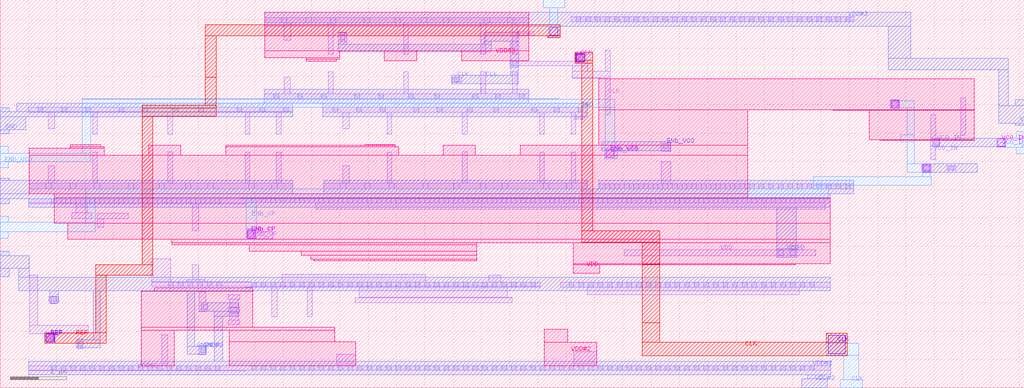
<source format=lef>
VERSION 5.7 ;
  NOWIREEXTENSIONATPIN ON ;
  DIVIDERCHAR "/" ;
  BUSBITCHARS "[]" ;
MACRO avsdpll
  CLASS BLOCK ;
  FOREIGN avsdpll ;
  ORIGIN 0.000 0.000 ;
  SIZE 36.180 BY 13.710 ;
  SITE unithddb1 ;
  PIN GND
    DIRECTION INOUT ;
    USE GROUND ;
    PORT
      LAYER li1 ;
        RECT 10.030 10.380 10.250 10.970 ;
        RECT 11.590 10.380 11.760 11.170 ;
        RECT 14.250 10.380 14.420 11.160 ;
        RECT 16.980 10.380 17.150 11.170 ;
        RECT 18.090 10.380 18.260 11.170 ;
        RECT 9.320 10.210 18.670 10.380 ;
        RECT 0.990 9.740 10.340 9.910 ;
        RECT 11.400 9.740 20.750 9.910 ;
        RECT 1.700 9.150 1.920 9.740 ;
        RECT 3.260 8.950 3.430 9.740 ;
        RECT 5.920 8.960 6.090 9.740 ;
        RECT 8.650 8.950 8.820 9.740 ;
        RECT 9.760 8.950 9.930 9.740 ;
        RECT 12.110 9.150 12.330 9.740 ;
        RECT 13.670 8.950 13.840 9.740 ;
        RECT 16.330 8.960 16.500 9.740 ;
        RECT 19.060 8.950 19.230 9.740 ;
        RECT 20.170 8.950 20.340 9.740 ;
      LAYER mcon ;
        RECT 9.670 10.210 9.840 10.380 ;
        RECT 10.510 10.210 10.680 10.380 ;
        RECT 11.350 10.210 11.520 10.380 ;
        RECT 12.530 10.210 12.700 10.380 ;
        RECT 13.370 10.210 13.540 10.380 ;
        RECT 14.430 10.210 14.600 10.380 ;
        RECT 15.350 10.210 15.520 10.380 ;
        RECT 16.700 10.210 16.870 10.380 ;
        RECT 17.500 10.210 17.670 10.380 ;
        RECT 18.340 10.210 18.510 10.380 ;
        RECT 1.340 9.740 1.510 9.910 ;
        RECT 2.180 9.740 2.350 9.910 ;
        RECT 3.020 9.740 3.190 9.910 ;
        RECT 4.200 9.740 4.370 9.910 ;
        RECT 5.040 9.740 5.210 9.910 ;
        RECT 6.100 9.740 6.270 9.910 ;
        RECT 7.020 9.740 7.190 9.910 ;
        RECT 8.370 9.740 8.540 9.910 ;
        RECT 9.170 9.740 9.340 9.910 ;
        RECT 10.010 9.740 10.180 9.910 ;
        RECT 11.750 9.740 11.920 9.910 ;
        RECT 12.590 9.740 12.760 9.910 ;
        RECT 13.430 9.740 13.600 9.910 ;
        RECT 14.610 9.740 14.780 9.910 ;
        RECT 15.450 9.740 15.620 9.910 ;
        RECT 16.510 9.740 16.680 9.910 ;
        RECT 17.430 9.740 17.600 9.910 ;
        RECT 18.780 9.740 18.950 9.910 ;
        RECT 19.580 9.740 19.750 9.910 ;
        RECT 20.420 9.740 20.590 9.910 ;
      LAYER met1 ;
        RECT 9.320 10.060 18.670 10.540 ;
        RECT 0.000 9.750 0.310 9.890 ;
        RECT 0.590 9.750 10.340 10.060 ;
        RECT 0.000 9.580 10.340 9.750 ;
        RECT 11.400 9.580 20.750 10.060 ;
        RECT 0.000 9.120 0.900 9.580 ;
        RECT 0.000 8.980 0.310 9.120 ;
    END
  END GND
  PIN VDD
    DIRECTION INOUT ;
    USE POWER ;
    PORT
      LAYER nwell ;
        RECT 21.140 9.820 34.410 10.910 ;
        RECT 2.480 8.510 3.550 8.580 ;
        RECT 2.480 8.460 3.670 8.510 ;
        RECT 1.020 8.220 3.670 8.460 ;
        RECT 5.240 8.220 6.380 8.570 ;
        RECT 1.020 8.210 6.380 8.220 ;
        RECT 7.970 8.560 11.450 8.570 ;
        RECT 12.890 8.560 13.960 8.580 ;
        RECT 21.140 8.570 26.420 9.820 ;
        RECT 29.420 9.810 34.410 9.820 ;
        RECT 30.710 8.760 34.410 9.810 ;
        RECT 31.070 8.750 34.410 8.760 ;
        RECT 7.970 8.510 13.960 8.560 ;
        RECT 7.970 8.220 14.080 8.510 ;
        RECT 15.650 8.220 16.790 8.570 ;
        RECT 7.970 8.210 16.790 8.220 ;
        RECT 18.380 8.210 26.420 8.570 ;
        RECT 1.020 6.860 26.420 8.210 ;
        RECT 1.900 6.720 26.420 6.860 ;
        RECT 1.900 5.810 29.330 6.720 ;
        RECT 2.380 5.250 29.330 5.810 ;
        RECT 6.060 5.130 29.330 5.250 ;
        RECT 6.060 5.060 16.830 5.130 ;
        RECT 8.790 4.820 16.830 5.060 ;
        RECT 10.630 4.690 16.830 4.820 ;
        RECT 10.970 4.540 16.830 4.690 ;
        RECT 11.080 4.490 16.830 4.540 ;
        RECT 20.250 4.390 29.330 5.130 ;
        RECT 20.250 4.350 28.090 4.390 ;
        RECT 20.250 4.340 21.550 4.350 ;
        RECT 20.250 4.040 21.180 4.340 ;
      LAYER li1 ;
        RECT 33.940 8.930 34.110 10.240 ;
        RECT 1.700 7.230 1.930 7.840 ;
        RECT 3.260 7.230 3.430 8.330 ;
        RECT 5.920 7.230 6.090 8.340 ;
        RECT 8.650 7.230 8.820 8.330 ;
        RECT 9.760 7.230 9.930 8.330 ;
        RECT 12.110 7.230 12.340 7.840 ;
        RECT 13.670 7.230 13.840 8.330 ;
        RECT 16.330 7.230 16.500 8.340 ;
        RECT 19.060 7.230 19.230 8.330 ;
        RECT 20.170 7.230 20.340 8.330 ;
        RECT 1.020 7.040 10.340 7.230 ;
        RECT 11.430 7.040 20.750 7.230 ;
        RECT 23.360 7.210 23.700 7.990 ;
        RECT 21.140 7.040 30.160 7.210 ;
        RECT 8.470 6.680 29.330 6.700 ;
        RECT 1.010 6.530 29.330 6.680 ;
        RECT 1.010 6.510 8.680 6.530 ;
        RECT 2.660 6.180 3.080 6.510 ;
        RECT 2.520 5.970 3.230 6.180 ;
        RECT 6.780 5.540 7.010 6.510 ;
        RECT 11.150 6.310 29.150 6.530 ;
        RECT 22.050 4.660 28.820 4.870 ;
      LAYER mcon ;
        RECT 1.610 7.040 1.800 7.230 ;
        RECT 2.470 7.040 2.660 7.230 ;
        RECT 3.330 7.040 3.520 7.230 ;
        RECT 4.530 7.040 4.720 7.230 ;
        RECT 5.610 7.040 5.800 7.230 ;
        RECT 6.550 7.040 6.740 7.230 ;
        RECT 7.330 7.040 7.520 7.230 ;
        RECT 8.780 7.040 8.970 7.230 ;
        RECT 9.600 7.040 9.790 7.230 ;
        RECT 12.020 7.040 12.210 7.230 ;
        RECT 12.880 7.040 13.070 7.230 ;
        RECT 13.740 7.040 13.930 7.230 ;
        RECT 14.940 7.040 15.130 7.230 ;
        RECT 16.020 7.040 16.210 7.230 ;
        RECT 16.960 7.040 17.150 7.230 ;
        RECT 17.740 7.040 17.930 7.230 ;
        RECT 19.190 7.040 19.380 7.230 ;
        RECT 20.010 7.040 20.200 7.230 ;
        RECT 21.370 7.040 21.540 7.210 ;
        RECT 21.710 7.040 21.880 7.210 ;
        RECT 22.050 7.040 22.220 7.210 ;
        RECT 22.390 7.040 22.560 7.210 ;
        RECT 22.730 7.040 22.900 7.210 ;
        RECT 23.070 7.040 23.240 7.210 ;
        RECT 23.410 7.040 23.580 7.210 ;
        RECT 23.750 7.040 23.920 7.210 ;
        RECT 24.090 7.040 24.260 7.210 ;
        RECT 24.430 7.040 24.600 7.210 ;
        RECT 24.770 7.040 24.940 7.210 ;
        RECT 25.110 7.040 25.280 7.210 ;
        RECT 25.450 7.040 25.620 7.210 ;
        RECT 25.790 7.040 25.960 7.210 ;
        RECT 26.130 7.040 26.300 7.210 ;
        RECT 26.470 7.040 26.640 7.210 ;
        RECT 26.810 7.040 26.980 7.210 ;
        RECT 27.150 7.040 27.320 7.210 ;
        RECT 27.490 7.040 27.660 7.210 ;
        RECT 27.830 7.040 28.000 7.210 ;
        RECT 28.170 7.040 28.340 7.210 ;
        RECT 28.510 7.040 28.680 7.210 ;
        RECT 28.850 7.040 29.020 7.210 ;
        RECT 29.190 7.040 29.360 7.210 ;
        RECT 29.530 7.040 29.700 7.210 ;
        RECT 29.870 7.040 30.040 7.210 ;
        RECT 1.810 6.510 1.980 6.680 ;
        RECT 2.150 6.510 2.320 6.680 ;
        RECT 2.490 6.510 2.660 6.680 ;
        RECT 2.830 6.510 3.000 6.680 ;
        RECT 3.170 6.510 3.340 6.680 ;
        RECT 3.510 6.510 3.680 6.680 ;
        RECT 3.850 6.510 4.020 6.680 ;
        RECT 4.190 6.510 4.360 6.680 ;
        RECT 4.530 6.510 4.700 6.680 ;
        RECT 4.870 6.510 5.040 6.680 ;
        RECT 5.210 6.510 5.380 6.680 ;
        RECT 5.550 6.510 5.720 6.680 ;
        RECT 5.890 6.510 6.060 6.680 ;
        RECT 6.230 6.510 6.400 6.680 ;
        RECT 6.570 6.510 6.740 6.680 ;
        RECT 6.910 6.510 7.080 6.680 ;
        RECT 7.250 6.510 7.420 6.680 ;
        RECT 7.590 6.510 7.760 6.680 ;
        RECT 8.880 6.530 9.050 6.700 ;
        RECT 9.220 6.530 9.390 6.700 ;
        RECT 9.560 6.530 9.730 6.700 ;
        RECT 9.900 6.530 10.070 6.700 ;
        RECT 10.240 6.530 10.410 6.700 ;
        RECT 10.580 6.530 10.750 6.700 ;
        RECT 10.920 6.530 11.090 6.700 ;
        RECT 11.260 6.530 11.430 6.700 ;
        RECT 11.600 6.530 11.770 6.700 ;
        RECT 11.940 6.530 12.110 6.700 ;
        RECT 12.280 6.530 12.450 6.700 ;
        RECT 12.620 6.530 12.790 6.700 ;
        RECT 12.960 6.530 13.130 6.700 ;
        RECT 13.300 6.530 13.470 6.700 ;
        RECT 13.640 6.530 13.810 6.700 ;
        RECT 13.980 6.530 14.150 6.700 ;
        RECT 14.320 6.530 14.490 6.700 ;
        RECT 14.660 6.530 14.830 6.700 ;
        RECT 15.000 6.530 15.170 6.700 ;
        RECT 15.340 6.530 15.510 6.700 ;
        RECT 15.680 6.530 15.850 6.700 ;
        RECT 16.020 6.530 16.190 6.700 ;
        RECT 16.360 6.530 16.530 6.700 ;
        RECT 16.700 6.530 16.870 6.700 ;
        RECT 17.040 6.530 17.210 6.700 ;
        RECT 17.380 6.530 17.550 6.700 ;
        RECT 17.720 6.530 17.890 6.700 ;
        RECT 18.060 6.530 18.230 6.700 ;
        RECT 18.400 6.530 18.570 6.700 ;
        RECT 18.740 6.530 18.910 6.700 ;
        RECT 19.080 6.530 19.250 6.700 ;
        RECT 19.420 6.530 19.590 6.700 ;
        RECT 19.760 6.530 19.930 6.700 ;
        RECT 20.100 6.530 20.270 6.700 ;
        RECT 20.440 6.530 20.610 6.700 ;
        RECT 20.780 6.530 20.950 6.700 ;
        RECT 21.120 6.530 21.290 6.700 ;
        RECT 21.460 6.530 21.630 6.700 ;
        RECT 21.800 6.530 21.970 6.700 ;
        RECT 22.140 6.530 22.310 6.700 ;
        RECT 22.480 6.530 22.650 6.700 ;
        RECT 22.820 6.530 22.990 6.700 ;
        RECT 23.160 6.530 23.330 6.700 ;
        RECT 23.500 6.530 23.670 6.700 ;
        RECT 23.840 6.530 24.010 6.700 ;
        RECT 24.180 6.530 24.350 6.700 ;
        RECT 24.520 6.530 24.690 6.700 ;
        RECT 24.860 6.530 25.030 6.700 ;
        RECT 25.200 6.530 25.370 6.700 ;
        RECT 25.540 6.530 25.710 6.700 ;
        RECT 25.880 6.530 26.050 6.700 ;
        RECT 26.220 6.530 26.390 6.700 ;
        RECT 26.560 6.530 26.730 6.700 ;
        RECT 26.900 6.530 27.070 6.700 ;
        RECT 27.240 6.530 27.410 6.700 ;
        RECT 27.580 6.530 27.750 6.700 ;
        RECT 27.920 6.530 28.090 6.700 ;
        RECT 28.260 6.530 28.430 6.700 ;
        RECT 28.600 6.530 28.770 6.700 ;
        RECT 28.940 6.530 29.110 6.700 ;
        RECT 27.490 4.680 27.660 4.850 ;
        RECT 27.920 4.680 28.090 4.850 ;
      LAYER met1 ;
        RECT 0.000 7.340 0.310 7.410 ;
        RECT 0.000 6.860 10.340 7.340 ;
        RECT 11.430 7.030 20.750 7.340 ;
        RECT 21.140 7.030 30.160 7.340 ;
        RECT 11.430 6.860 30.160 7.030 ;
        RECT 0.000 6.670 29.330 6.860 ;
        RECT 0.000 6.500 0.320 6.670 ;
        RECT 1.010 6.380 29.330 6.670 ;
        RECT 27.430 4.920 28.130 6.380 ;
        RECT 27.430 4.620 28.150 4.920 ;
    END
  END VDD
  PIN ENb_CP
    DIRECTION INPUT ;
    USE SIGNAL ;
    ANTENNAGATEAREA 3.024000 ;
    PORT
      LAYER li1 ;
        RECT 31.440 9.940 31.770 10.110 ;
        RECT 32.570 7.660 32.900 7.870 ;
        RECT 33.440 7.680 33.770 7.850 ;
        RECT 8.740 5.520 9.100 5.610 ;
        RECT 8.740 5.510 9.610 5.520 ;
        RECT 8.740 5.270 9.630 5.510 ;
        RECT 8.740 5.260 9.610 5.270 ;
        RECT 8.740 5.250 9.100 5.260 ;
      LAYER mcon ;
        RECT 31.520 9.940 31.690 10.110 ;
        RECT 32.650 7.680 32.820 7.850 ;
        RECT 33.520 7.680 33.690 7.850 ;
        RECT 8.770 5.340 8.940 5.510 ;
      LAYER met1 ;
        RECT 31.450 9.860 31.770 10.180 ;
        RECT 32.580 7.910 32.900 7.920 ;
        RECT 32.580 7.610 34.530 7.910 ;
        RECT 32.580 7.600 32.900 7.610 ;
        RECT 8.690 5.250 9.040 5.610 ;
      LAYER via ;
        RECT 31.480 9.890 31.740 10.150 ;
        RECT 32.610 7.630 32.870 7.890 ;
        RECT 8.720 5.280 9.010 5.570 ;
      LAYER met2 ;
        RECT 31.450 10.140 31.770 10.180 ;
        RECT 31.450 9.890 32.300 10.140 ;
        RECT 31.450 9.860 31.770 9.890 ;
        RECT 32.050 8.940 32.300 9.890 ;
        RECT 31.820 8.700 32.300 8.940 ;
        RECT 32.050 7.910 32.300 8.700 ;
        RECT 32.580 7.910 32.900 7.920 ;
        RECT 32.050 7.610 32.900 7.910 ;
        RECT 32.580 7.600 32.900 7.610 ;
        RECT 32.590 7.450 32.870 7.600 ;
        RECT 28.720 7.150 32.890 7.450 ;
        RECT 28.720 7.030 29.250 7.150 ;
        RECT 3.020 6.710 29.250 7.030 ;
        RECT 0.000 5.840 0.280 6.060 ;
        RECT 3.020 5.840 3.350 6.710 ;
        RECT 0.000 5.520 3.350 5.840 ;
        RECT 0.000 5.290 0.280 5.520 ;
        RECT 8.690 5.250 9.040 6.710 ;
    END
  END ENb_CP
  PIN CLK
    DIRECTION OUTPUT ;
    USE SIGNAL ;
    ANTENNAGATEAREA 0.351000 ;
    ANTENNADIFFAREA 0.469800 ;
    PORT
      LAYER li1 ;
        RECT 12.010 12.220 12.180 12.560 ;
        RECT 20.300 11.770 20.680 11.850 ;
        RECT 20.300 11.540 20.690 11.770 ;
        RECT 18.010 11.370 20.760 11.540 ;
        RECT 20.210 11.180 20.760 11.370 ;
        RECT 21.380 11.180 21.550 11.930 ;
        RECT 15.970 10.800 16.300 10.980 ;
        RECT 20.210 10.950 21.550 11.180 ;
        RECT 20.210 10.940 21.210 10.950 ;
        RECT 21.380 9.650 21.550 10.950 ;
      LAYER mcon ;
        RECT 12.010 12.300 12.180 12.470 ;
        RECT 20.420 11.570 20.590 11.740 ;
        RECT 18.090 11.370 18.260 11.540 ;
        RECT 16.050 10.810 16.220 10.980 ;
      LAYER met1 ;
        RECT 11.950 12.550 12.230 12.560 ;
        RECT 11.950 12.130 12.240 12.550 ;
        RECT 17.100 12.240 18.320 12.560 ;
        RECT 17.100 12.130 17.350 12.240 ;
        RECT 11.950 11.880 17.350 12.130 ;
        RECT 18.030 11.330 18.320 12.240 ;
        RECT 20.340 11.500 20.660 11.820 ;
        RECT 18.030 11.040 18.310 11.330 ;
        RECT 15.960 10.750 18.310 11.040 ;
      LAYER via ;
        RECT 20.370 11.530 20.630 11.790 ;
      LAYER met2 ;
        RECT 20.310 11.470 20.690 11.850 ;
        RECT 29.190 1.570 29.920 1.920 ;
        RECT 29.190 1.140 30.340 1.570 ;
        RECT 29.810 0.280 30.340 1.140 ;
        RECT 29.690 0.000 30.460 0.280 ;
      LAYER via2 ;
        RECT 20.360 11.520 20.640 11.800 ;
        RECT 29.250 1.200 29.850 1.860 ;
      LAYER met3 ;
        RECT 20.310 11.570 20.930 11.850 ;
        RECT 20.310 11.470 20.940 11.570 ;
        RECT 20.550 5.550 20.940 11.470 ;
        RECT 20.550 5.540 22.930 5.550 ;
        RECT 20.550 5.140 23.300 5.540 ;
        RECT 22.680 4.370 23.300 5.140 ;
        RECT 22.680 2.300 23.310 4.370 ;
        RECT 22.690 1.610 23.310 2.300 ;
        RECT 29.190 1.610 29.920 1.920 ;
        RECT 22.690 1.130 29.920 1.610 ;
    END
  END CLK
  PIN ENb_VCO
    DIRECTION INPUT ;
    USE SIGNAL ;
    ANTENNAGATEAREA 0.063000 ;
    PORT
      LAYER li1 ;
        RECT 23.350 8.360 23.700 8.700 ;
      LAYER mcon ;
        RECT 23.440 8.460 23.610 8.630 ;
      LAYER met1 ;
        RECT 21.260 8.380 23.670 8.690 ;
        RECT 21.360 8.100 21.800 8.380 ;
      LAYER via ;
        RECT 21.410 8.150 21.670 8.410 ;
      LAYER met2 ;
        RECT 2.890 10.200 19.740 10.210 ;
        RECT 2.890 9.920 21.720 10.200 ;
        RECT 0.000 8.280 0.280 8.540 ;
        RECT 2.890 8.280 3.200 9.920 ;
        RECT 18.040 9.910 21.720 9.920 ;
        RECT 21.380 8.460 21.720 9.910 ;
        RECT 0.000 7.990 3.200 8.280 ;
        RECT 21.360 8.090 21.720 8.460 ;
        RECT 0.000 7.770 0.280 7.990 ;
    END
  END ENb_VCO
  PIN GND#2
    DIRECTION INOUT ;
    USE GROUND ;
    PORT
      LAYER li1 ;
        RECT 5.350 3.750 6.020 4.560 ;
        RECT 6.790 3.820 7.010 4.340 ;
        RECT 6.570 3.750 7.240 3.820 ;
        RECT 5.350 3.730 8.850 3.750 ;
        RECT 9.970 3.730 15.040 4.010 ;
        RECT 17.270 3.730 17.690 3.980 ;
        RECT 5.350 3.580 19.080 3.730 ;
        RECT 8.680 3.560 19.080 3.580 ;
        RECT 19.810 3.560 29.330 3.730 ;
        RECT 1.790 3.220 2.000 3.240 ;
        RECT 1.710 3.050 2.070 3.220 ;
        RECT 1.790 2.970 2.000 3.050 ;
        RECT 9.600 2.500 9.790 3.560 ;
        RECT 10.840 2.500 11.030 3.560 ;
        RECT 12.680 3.190 17.920 3.560 ;
        RECT 20.750 3.280 28.240 3.560 ;
        RECT 12.680 3.180 18.090 3.190 ;
        RECT 12.550 3.010 18.090 3.180 ;
        RECT 13.290 3.000 18.090 3.010 ;
        RECT 2.740 1.380 2.920 1.740 ;
        RECT 7.040 1.160 7.260 1.490 ;
      LAYER mcon ;
        RECT 5.950 3.580 6.120 3.750 ;
        RECT 6.290 3.580 6.460 3.750 ;
        RECT 6.630 3.580 6.800 3.750 ;
        RECT 6.970 3.580 7.140 3.750 ;
        RECT 7.310 3.580 7.480 3.750 ;
        RECT 7.650 3.580 7.820 3.750 ;
        RECT 8.880 3.560 9.050 3.730 ;
        RECT 9.220 3.560 9.390 3.730 ;
        RECT 9.560 3.560 9.730 3.730 ;
        RECT 9.900 3.560 10.070 3.730 ;
        RECT 10.240 3.560 10.410 3.730 ;
        RECT 10.580 3.560 10.750 3.730 ;
        RECT 10.920 3.560 11.090 3.730 ;
        RECT 11.260 3.560 11.430 3.730 ;
        RECT 11.600 3.560 11.770 3.730 ;
        RECT 11.940 3.560 12.110 3.730 ;
        RECT 12.280 3.560 12.450 3.730 ;
        RECT 12.620 3.560 12.790 3.730 ;
        RECT 12.960 3.560 13.130 3.730 ;
        RECT 13.300 3.560 13.470 3.730 ;
        RECT 13.640 3.560 13.810 3.730 ;
        RECT 13.980 3.560 14.150 3.730 ;
        RECT 14.320 3.560 14.490 3.730 ;
        RECT 14.660 3.560 14.830 3.730 ;
        RECT 15.000 3.560 15.170 3.730 ;
        RECT 15.340 3.560 15.510 3.730 ;
        RECT 15.680 3.560 15.850 3.730 ;
        RECT 16.020 3.560 16.190 3.730 ;
        RECT 16.360 3.560 16.530 3.730 ;
        RECT 16.700 3.560 16.870 3.730 ;
        RECT 17.040 3.560 17.210 3.730 ;
        RECT 17.380 3.560 17.550 3.730 ;
        RECT 17.720 3.560 17.890 3.730 ;
        RECT 18.060 3.560 18.230 3.730 ;
        RECT 18.400 3.560 18.570 3.730 ;
        RECT 18.740 3.560 18.910 3.730 ;
        RECT 20.100 3.560 20.270 3.730 ;
        RECT 20.440 3.560 20.610 3.730 ;
        RECT 20.780 3.560 20.950 3.730 ;
        RECT 21.120 3.560 21.290 3.730 ;
        RECT 21.460 3.560 21.630 3.730 ;
        RECT 21.800 3.560 21.970 3.730 ;
        RECT 22.140 3.560 22.310 3.730 ;
        RECT 22.480 3.560 22.650 3.730 ;
        RECT 22.820 3.560 22.990 3.730 ;
        RECT 23.160 3.560 23.330 3.730 ;
        RECT 23.500 3.560 23.670 3.730 ;
        RECT 23.840 3.560 24.010 3.730 ;
        RECT 24.180 3.560 24.350 3.730 ;
        RECT 24.520 3.560 24.690 3.730 ;
        RECT 24.860 3.560 25.030 3.730 ;
        RECT 25.200 3.560 25.370 3.730 ;
        RECT 25.540 3.560 25.710 3.730 ;
        RECT 25.880 3.560 26.050 3.730 ;
        RECT 26.220 3.560 26.390 3.730 ;
        RECT 26.560 3.560 26.730 3.730 ;
        RECT 26.900 3.560 27.070 3.730 ;
        RECT 27.240 3.560 27.410 3.730 ;
        RECT 27.580 3.560 27.750 3.730 ;
        RECT 27.920 3.560 28.090 3.730 ;
        RECT 28.260 3.560 28.430 3.730 ;
        RECT 28.600 3.560 28.770 3.730 ;
        RECT 1.810 3.050 1.980 3.220 ;
        RECT 2.750 1.470 2.920 1.640 ;
        RECT 7.080 1.240 7.250 1.410 ;
      LAYER met1 ;
        RECT 0.000 4.660 0.310 4.830 ;
        RECT 0.000 4.230 1.020 4.660 ;
        RECT 0.000 3.920 0.310 4.230 ;
        RECT 0.650 3.900 1.020 4.230 ;
        RECT 0.650 3.420 29.330 3.900 ;
        RECT 1.750 2.990 2.050 3.420 ;
        RECT 3.290 1.700 3.530 3.420 ;
        RECT 2.690 1.410 3.530 1.700 ;
        RECT 6.610 1.470 6.880 3.420 ;
        RECT 6.610 1.180 7.280 1.470 ;
    END
  END GND#2
  PIN VDD#2
    DIRECTION INOUT ;
    USE POWER ;
    PORT
      LAYER nwell ;
        RECT 7.780 3.530 8.930 3.540 ;
        RECT 5.440 3.410 8.930 3.530 ;
        RECT 4.980 2.140 8.930 3.410 ;
        RECT 4.980 2.030 11.820 2.140 ;
        RECT 4.980 0.770 6.150 2.030 ;
        RECT 8.090 1.630 11.820 2.030 ;
        RECT 8.090 0.780 12.570 1.630 ;
        RECT 19.220 1.610 20.060 2.060 ;
        RECT 19.220 0.770 21.080 1.610 ;
      LAYER li1 ;
        RECT 7.030 3.000 7.260 3.390 ;
        RECT 8.050 3.120 8.460 3.290 ;
        RECT 7.030 2.710 7.340 3.000 ;
        RECT 8.110 2.830 8.410 3.120 ;
        RECT 7.030 2.690 7.260 2.710 ;
        RECT 8.050 2.660 8.460 2.830 ;
        RECT 8.110 2.390 8.410 2.660 ;
        RECT 8.050 2.220 8.460 2.390 ;
        RECT 5.700 0.770 5.910 1.880 ;
        RECT 11.890 0.780 12.570 1.190 ;
        RECT 20.270 0.780 21.080 1.280 ;
        RECT 8.470 0.770 29.340 0.780 ;
        RECT 1.010 0.610 29.340 0.770 ;
        RECT 1.010 0.600 8.680 0.610 ;
      LAYER mcon ;
        RECT 7.170 2.770 7.340 2.940 ;
        RECT 8.150 2.640 8.360 2.850 ;
        RECT 1.810 0.600 1.980 0.770 ;
        RECT 2.150 0.600 2.320 0.770 ;
        RECT 2.490 0.600 2.660 0.770 ;
        RECT 2.830 0.600 3.000 0.770 ;
        RECT 3.170 0.600 3.340 0.770 ;
        RECT 3.510 0.600 3.680 0.770 ;
        RECT 3.850 0.600 4.020 0.770 ;
        RECT 4.190 0.600 4.360 0.770 ;
        RECT 4.530 0.600 4.700 0.770 ;
        RECT 4.870 0.600 5.040 0.770 ;
        RECT 5.210 0.600 5.380 0.770 ;
        RECT 5.550 0.600 5.720 0.770 ;
        RECT 5.890 0.600 6.060 0.770 ;
        RECT 6.230 0.600 6.400 0.770 ;
        RECT 6.570 0.600 6.740 0.770 ;
        RECT 6.910 0.600 7.080 0.770 ;
        RECT 7.250 0.600 7.420 0.770 ;
        RECT 7.590 0.600 7.760 0.770 ;
        RECT 8.880 0.610 9.050 0.780 ;
        RECT 9.220 0.610 9.390 0.780 ;
        RECT 9.560 0.610 9.730 0.780 ;
        RECT 9.900 0.610 10.070 0.780 ;
        RECT 10.240 0.610 10.410 0.780 ;
        RECT 10.580 0.610 10.750 0.780 ;
        RECT 10.920 0.610 11.090 0.780 ;
        RECT 11.260 0.610 11.430 0.780 ;
        RECT 11.600 0.610 11.770 0.780 ;
        RECT 11.940 0.610 12.110 0.780 ;
        RECT 12.280 0.610 12.450 0.780 ;
        RECT 12.620 0.610 12.790 0.780 ;
        RECT 12.960 0.610 13.130 0.780 ;
        RECT 13.300 0.610 13.470 0.780 ;
        RECT 13.640 0.610 13.810 0.780 ;
        RECT 13.980 0.610 14.150 0.780 ;
        RECT 14.320 0.610 14.490 0.780 ;
        RECT 14.660 0.610 14.830 0.780 ;
        RECT 15.000 0.610 15.170 0.780 ;
        RECT 15.340 0.610 15.510 0.780 ;
        RECT 15.680 0.610 15.850 0.780 ;
        RECT 16.020 0.610 16.190 0.780 ;
        RECT 16.360 0.610 16.530 0.780 ;
        RECT 16.700 0.610 16.870 0.780 ;
        RECT 17.040 0.610 17.210 0.780 ;
        RECT 17.380 0.610 17.550 0.780 ;
        RECT 17.720 0.610 17.890 0.780 ;
        RECT 18.060 0.610 18.230 0.780 ;
        RECT 18.400 0.610 18.570 0.780 ;
        RECT 18.740 0.610 18.910 0.780 ;
        RECT 19.080 0.610 19.250 0.780 ;
        RECT 19.420 0.610 19.590 0.780 ;
        RECT 19.760 0.610 19.930 0.780 ;
        RECT 20.100 0.610 20.270 0.780 ;
        RECT 20.440 0.610 20.610 0.780 ;
        RECT 20.780 0.610 20.950 0.780 ;
        RECT 21.120 0.610 21.290 0.780 ;
        RECT 21.460 0.610 21.630 0.780 ;
        RECT 21.800 0.610 21.970 0.780 ;
        RECT 22.140 0.610 22.310 0.780 ;
        RECT 22.480 0.610 22.650 0.780 ;
        RECT 22.820 0.610 22.990 0.780 ;
        RECT 23.160 0.610 23.330 0.780 ;
        RECT 23.500 0.610 23.670 0.780 ;
        RECT 23.840 0.610 24.010 0.780 ;
        RECT 24.180 0.610 24.350 0.780 ;
        RECT 24.520 0.610 24.690 0.780 ;
        RECT 24.860 0.610 25.030 0.780 ;
        RECT 25.200 0.610 25.370 0.780 ;
        RECT 25.540 0.610 25.710 0.780 ;
        RECT 25.880 0.610 26.050 0.780 ;
        RECT 26.220 0.610 26.390 0.780 ;
        RECT 26.560 0.610 26.730 0.780 ;
        RECT 26.900 0.610 27.070 0.780 ;
        RECT 27.240 0.610 27.410 0.780 ;
        RECT 27.580 0.610 27.750 0.780 ;
        RECT 27.920 0.610 28.090 0.780 ;
        RECT 28.260 0.610 28.430 0.780 ;
        RECT 28.600 0.610 28.770 0.780 ;
      LAYER met1 ;
        RECT 7.110 2.710 8.420 3.000 ;
        RECT 7.570 2.530 8.420 2.710 ;
        RECT 7.570 0.940 7.870 2.530 ;
        RECT 1.010 0.460 29.340 0.940 ;
        RECT 28.530 0.310 29.040 0.460 ;
        RECT 28.320 0.000 29.230 0.310 ;
    END
  END VDD#2
  PIN VCO_IN
    DIRECTION INPUT ;
    USE SIGNAL ;
    ANTENNADIFFAREA 0.313200 ;
    PORT
      LAYER li1 ;
        RECT 32.880 8.800 33.050 9.650 ;
        RECT 32.880 8.530 33.200 8.800 ;
        RECT 32.880 8.050 33.050 8.530 ;
      LAYER mcon ;
        RECT 33.010 8.570 33.180 8.740 ;
      LAYER met1 ;
        RECT 35.210 8.810 35.530 8.820 ;
        RECT 32.950 8.510 35.530 8.810 ;
        RECT 35.210 8.500 35.530 8.510 ;
      LAYER via ;
        RECT 35.240 8.530 35.500 8.790 ;
      LAYER met2 ;
        RECT 35.900 8.820 36.180 9.040 ;
        RECT 35.210 8.500 36.180 8.820 ;
        RECT 35.900 8.270 36.180 8.500 ;
    END
  END VCO_IN
  PIN VDD#3
    DIRECTION INOUT ;
    USE POWER ;
    PORT
      LAYER nwell ;
        RECT 9.350 11.910 18.670 13.260 ;
        RECT 9.350 11.900 14.710 11.910 ;
        RECT 9.350 11.660 12.000 11.900 ;
        RECT 10.810 11.610 12.000 11.660 ;
        RECT 10.810 11.540 11.880 11.610 ;
        RECT 13.570 11.550 14.710 11.900 ;
        RECT 16.300 11.550 18.670 11.910 ;
      LAYER li1 ;
        RECT 9.350 12.890 18.670 13.080 ;
        RECT 20.180 12.940 30.160 13.110 ;
        RECT 10.030 12.280 10.260 12.890 ;
        RECT 11.590 11.790 11.760 12.890 ;
        RECT 14.250 11.780 14.420 12.890 ;
        RECT 16.980 11.790 17.150 12.890 ;
        RECT 18.090 11.790 18.260 12.890 ;
      LAYER mcon ;
        RECT 9.940 12.890 10.130 13.080 ;
        RECT 10.800 12.890 10.990 13.080 ;
        RECT 11.660 12.890 11.850 13.080 ;
        RECT 12.860 12.890 13.050 13.080 ;
        RECT 13.940 12.890 14.130 13.080 ;
        RECT 14.880 12.890 15.070 13.080 ;
        RECT 15.660 12.890 15.850 13.080 ;
        RECT 17.110 12.890 17.300 13.080 ;
        RECT 17.930 12.890 18.120 13.080 ;
        RECT 20.350 12.940 20.520 13.110 ;
        RECT 20.690 12.940 20.860 13.110 ;
        RECT 21.030 12.940 21.200 13.110 ;
        RECT 21.370 12.940 21.540 13.110 ;
        RECT 21.710 12.940 21.880 13.110 ;
        RECT 22.050 12.940 22.220 13.110 ;
        RECT 22.390 12.940 22.560 13.110 ;
        RECT 22.730 12.940 22.900 13.110 ;
        RECT 23.070 12.940 23.240 13.110 ;
        RECT 23.410 12.940 23.580 13.110 ;
        RECT 23.750 12.940 23.920 13.110 ;
        RECT 24.090 12.940 24.260 13.110 ;
        RECT 24.430 12.940 24.600 13.110 ;
        RECT 24.770 12.940 24.940 13.110 ;
        RECT 25.110 12.940 25.280 13.110 ;
        RECT 25.450 12.940 25.620 13.110 ;
        RECT 25.790 12.940 25.960 13.110 ;
        RECT 26.130 12.940 26.300 13.110 ;
        RECT 26.470 12.940 26.640 13.110 ;
        RECT 26.810 12.940 26.980 13.110 ;
        RECT 27.150 12.940 27.320 13.110 ;
        RECT 27.490 12.940 27.660 13.110 ;
        RECT 27.830 12.940 28.000 13.110 ;
        RECT 28.170 12.940 28.340 13.110 ;
        RECT 28.510 12.940 28.680 13.110 ;
        RECT 28.850 12.940 29.020 13.110 ;
        RECT 29.190 12.940 29.360 13.110 ;
        RECT 29.530 12.940 29.700 13.110 ;
        RECT 29.870 12.940 30.040 13.110 ;
      LAYER met1 ;
        RECT 18.420 13.260 21.630 13.270 ;
        RECT 9.350 12.780 32.170 13.260 ;
        RECT 31.380 11.650 32.170 12.780 ;
        RECT 31.380 11.640 35.600 11.650 ;
        RECT 31.380 11.240 35.620 11.640 ;
        RECT 31.380 11.230 35.130 11.240 ;
        RECT 35.280 9.960 35.620 11.240 ;
        RECT 35.870 9.960 36.180 10.180 ;
        RECT 35.280 9.340 36.180 9.960 ;
        RECT 35.870 9.270 36.180 9.340 ;
    END
  END VDD#3
  PIN REF
    DIRECTION INPUT ;
    USE SIGNAL ;
    ANTENNAGATEAREA 0.879000 ;
    ANTENNADIFFAREA 0.214500 ;
    PORT
      LAYER li1 ;
        RECT 3.430 5.980 4.530 6.170 ;
        RECT 3.430 5.670 3.660 5.980 ;
        RECT 1.050 2.200 1.320 3.970 ;
        RECT 1.050 1.910 3.110 2.200 ;
        RECT 1.570 1.570 1.950 1.910 ;
      LAYER mcon ;
        RECT 1.680 1.670 1.850 1.840 ;
      LAYER met1 ;
        RECT 1.600 1.600 1.920 1.920 ;
      LAYER via ;
        RECT 1.630 1.630 1.890 1.890 ;
      LAYER met2 ;
        RECT 19.180 13.430 19.950 13.710 ;
        RECT 19.420 12.780 19.700 13.430 ;
        RECT 19.370 12.410 19.750 12.780 ;
        RECT 1.570 1.570 1.950 1.950 ;
      LAYER via2 ;
        RECT 19.420 12.450 19.700 12.730 ;
        RECT 1.620 1.620 1.900 1.900 ;
      LAYER met3 ;
        RECT 7.250 12.440 19.790 12.820 ;
        RECT 7.250 10.970 7.630 12.440 ;
        RECT 19.340 12.360 19.790 12.440 ;
        RECT 7.250 9.980 7.640 10.970 ;
        RECT 5.010 9.870 7.640 9.980 ;
        RECT 5.010 9.600 7.630 9.870 ;
        RECT 5.010 4.350 5.390 9.600 ;
        RECT 3.370 3.970 5.390 4.350 ;
        RECT 3.370 1.950 3.750 3.970 ;
        RECT 1.570 1.570 3.750 1.950 ;
    END
  END REF
END avsdpll
END LIBRARY
</source>
